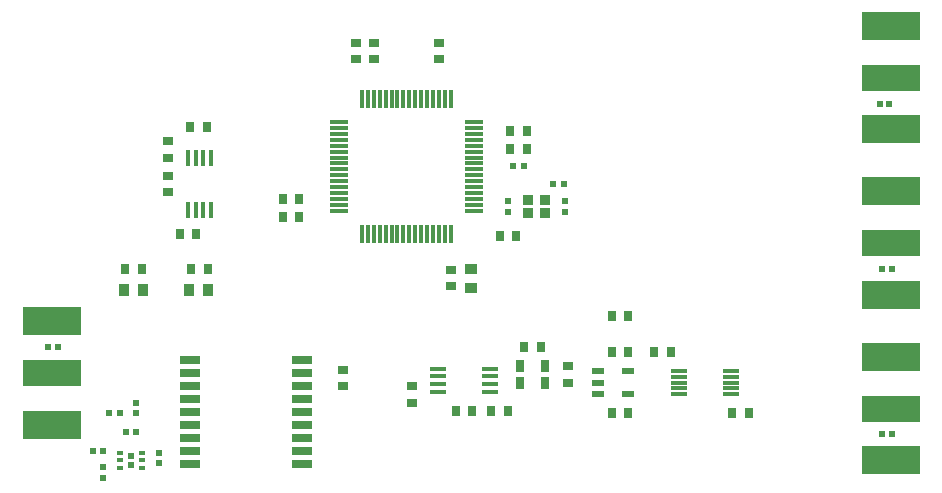
<source format=gtp>
G04 #@! TF.GenerationSoftware,KiCad,Pcbnew,5.0.0-rc2-unknown-68f6e3a~65~ubuntu16.04.1*
G04 #@! TF.CreationDate,2018-06-12T13:32:27+01:00*
G04 #@! TF.ProjectId,gpsdo,677073646F2E6B696361645F70636200,rev?*
G04 #@! TF.SameCoordinates,Original*
G04 #@! TF.FileFunction,Paste,Top*
G04 #@! TF.FilePolarity,Positive*
%FSLAX46Y46*%
G04 Gerber Fmt 4.6, Leading zero omitted, Abs format (unit mm)*
G04 Created by KiCad (PCBNEW 5.0.0-rc2-unknown-68f6e3a~65~ubuntu16.04.1) date Tue Jun 12 13:32:27 2018*
%MOMM*%
%LPD*%
G01*
G04 APERTURE LIST*
%ADD10R,1.500000X0.300000*%
%ADD11R,0.300000X1.500000*%
%ADD12R,0.900000X0.750000*%
%ADD13R,0.620000X0.620000*%
%ADD14R,0.750000X0.900000*%
%ADD15R,1.000000X0.950000*%
%ADD16R,0.520000X0.520000*%
%ADD17R,0.950000X1.000000*%
%ADD18R,1.450000X0.450000*%
%ADD19R,1.100000X0.600000*%
%ADD20R,1.450000X0.300000*%
%ADD21R,1.800000X0.700000*%
%ADD22R,0.450000X1.450000*%
%ADD23R,0.470000X0.400000*%
%ADD24R,0.500000X0.500000*%
%ADD25R,5.000000X2.400000*%
%ADD26R,5.000000X2.300000*%
%ADD27R,0.950000X0.850000*%
%ADD28R,0.800000X1.000000*%
G04 APERTURE END LIST*
D10*
G04 #@! TO.C,IC2*
X140200000Y-122250000D03*
X140200000Y-121750000D03*
X140200000Y-121250000D03*
X140200000Y-120750000D03*
X140200000Y-120250000D03*
X140200000Y-119750000D03*
X140200000Y-119250000D03*
X140200000Y-118750000D03*
X140200000Y-118250000D03*
X140200000Y-117750000D03*
X140200000Y-117250000D03*
X140200000Y-116750000D03*
X140200000Y-116250000D03*
X140200000Y-115750000D03*
X140200000Y-115250000D03*
X140200000Y-114750000D03*
D11*
X138250000Y-112800000D03*
X137750000Y-112800000D03*
X137250000Y-112800000D03*
X136750000Y-112800000D03*
X136250000Y-112800000D03*
X135750000Y-112800000D03*
X135250000Y-112800000D03*
X134750000Y-112800000D03*
X134250000Y-112800000D03*
X133750000Y-112800000D03*
X133250000Y-112800000D03*
X132750000Y-112800000D03*
X132250000Y-112800000D03*
X131750000Y-112800000D03*
X131250000Y-112800000D03*
X130750000Y-112800000D03*
D10*
X128800000Y-114750000D03*
X128800000Y-115250000D03*
X128800000Y-115750000D03*
X128800000Y-116250000D03*
X128800000Y-116750000D03*
X128800000Y-117250000D03*
X128800000Y-117750000D03*
X128800000Y-118250000D03*
X128800000Y-118750000D03*
X128800000Y-119250000D03*
X128800000Y-119750000D03*
X128800000Y-120250000D03*
X128800000Y-120750000D03*
X128800000Y-121250000D03*
X128800000Y-121750000D03*
X128800000Y-122250000D03*
D11*
X130750000Y-124200000D03*
X131250000Y-124200000D03*
X131750000Y-124200000D03*
X132250000Y-124200000D03*
X132750000Y-124200000D03*
X133250000Y-124200000D03*
X133750000Y-124200000D03*
X134250000Y-124200000D03*
X134750000Y-124200000D03*
X135250000Y-124200000D03*
X135750000Y-124200000D03*
X136250000Y-124200000D03*
X136750000Y-124200000D03*
X137250000Y-124200000D03*
X137750000Y-124200000D03*
X138250000Y-124200000D03*
G04 #@! TD*
D12*
G04 #@! TO.C,C1*
X135000000Y-137100000D03*
X135000000Y-138500000D03*
G04 #@! TD*
D13*
G04 #@! TO.C,C2*
X144450000Y-118500000D03*
X143550000Y-118500000D03*
G04 #@! TD*
G04 #@! TO.C,C3*
X143100000Y-122350000D03*
X143100000Y-121450000D03*
G04 #@! TD*
D12*
G04 #@! TO.C,C4*
X138250000Y-127250000D03*
X138250000Y-128650000D03*
G04 #@! TD*
D13*
G04 #@! TO.C,C5*
X147900000Y-121450000D03*
X147900000Y-122350000D03*
G04 #@! TD*
D14*
G04 #@! TO.C,C6*
X143800000Y-124400000D03*
X142400000Y-124400000D03*
G04 #@! TD*
D12*
G04 #@! TO.C,C7*
X131750000Y-109450000D03*
X131750000Y-108050000D03*
G04 #@! TD*
D14*
G04 #@! TO.C,C8*
X125450000Y-121250000D03*
X124050000Y-121250000D03*
G04 #@! TD*
G04 #@! TO.C,C9*
X143300000Y-117000000D03*
X144700000Y-117000000D03*
G04 #@! TD*
G04 #@! TO.C,C10*
X138700000Y-139200000D03*
X140100000Y-139200000D03*
G04 #@! TD*
D12*
G04 #@! TO.C,C11*
X137250000Y-109450000D03*
X137250000Y-108050000D03*
G04 #@! TD*
D14*
G04 #@! TO.C,C12*
X141700000Y-139200000D03*
X143100000Y-139200000D03*
G04 #@! TD*
D12*
G04 #@! TO.C,C13*
X130250000Y-108050000D03*
X130250000Y-109450000D03*
G04 #@! TD*
D14*
G04 #@! TO.C,C14*
X144500000Y-133800000D03*
X145900000Y-133800000D03*
G04 #@! TD*
G04 #@! TO.C,C15*
X124050000Y-122750000D03*
X125450000Y-122750000D03*
G04 #@! TD*
D15*
G04 #@! TO.C,C16*
X140000000Y-128800000D03*
X140000000Y-127200000D03*
G04 #@! TD*
D14*
G04 #@! TO.C,C17*
X144700000Y-115500000D03*
X143300000Y-115500000D03*
G04 #@! TD*
G04 #@! TO.C,C18*
X153300000Y-134200000D03*
X151900000Y-134200000D03*
G04 #@! TD*
D12*
G04 #@! TO.C,C19*
X148200000Y-136800000D03*
X148200000Y-135400000D03*
G04 #@! TD*
D14*
G04 #@! TO.C,C20*
X162100000Y-139400000D03*
X163500000Y-139400000D03*
G04 #@! TD*
D12*
G04 #@! TO.C,C21*
X129100000Y-135700000D03*
X129100000Y-137100000D03*
G04 #@! TD*
D13*
G04 #@! TO.C,C22*
X113600000Y-143650000D03*
X113600000Y-142750000D03*
G04 #@! TD*
D12*
G04 #@! TO.C,C23*
X114300000Y-117750000D03*
X114300000Y-116350000D03*
G04 #@! TD*
G04 #@! TO.C,C24*
X114300000Y-119300000D03*
X114300000Y-120700000D03*
G04 #@! TD*
D14*
G04 #@! TO.C,C25*
X116700000Y-124200000D03*
X115300000Y-124200000D03*
G04 #@! TD*
D13*
G04 #@! TO.C,C26*
X108850000Y-142600000D03*
X107950000Y-142600000D03*
G04 #@! TD*
G04 #@! TO.C,C27*
X109350000Y-139400000D03*
X110250000Y-139400000D03*
G04 #@! TD*
D16*
G04 #@! TO.C,D1*
X174800000Y-141200000D03*
X175600000Y-141200000D03*
G04 #@! TD*
G04 #@! TO.C,D2*
X175600000Y-127200000D03*
X174800000Y-127200000D03*
G04 #@! TD*
G04 #@! TO.C,D3*
X175400000Y-113200000D03*
X174600000Y-113200000D03*
G04 #@! TD*
G04 #@! TO.C,D4*
X104200000Y-133800000D03*
X105000000Y-133800000D03*
G04 #@! TD*
D17*
G04 #@! TO.C,D5*
X110600000Y-129000000D03*
X112200000Y-129000000D03*
G04 #@! TD*
G04 #@! TO.C,D6*
X117742500Y-128992143D03*
X116142500Y-128992143D03*
G04 #@! TD*
D18*
G04 #@! TO.C,IC1*
X137200000Y-137575000D03*
X137200000Y-136925000D03*
X137200000Y-136275000D03*
X137200000Y-135625000D03*
X141600000Y-135625000D03*
X141600000Y-136275000D03*
X141600000Y-136925000D03*
X141600000Y-137575000D03*
G04 #@! TD*
D19*
G04 #@! TO.C,IC3*
X150700000Y-135850000D03*
X150700000Y-136800000D03*
X150700000Y-137750000D03*
X153300000Y-137750000D03*
X153300000Y-135850000D03*
G04 #@! TD*
D20*
G04 #@! TO.C,IC4*
X162000000Y-137800000D03*
X162000000Y-137300000D03*
X162000000Y-136800000D03*
X162000000Y-136300000D03*
X162000000Y-135800000D03*
X157600000Y-135800000D03*
X157600000Y-136300000D03*
X157600000Y-136800000D03*
X157600000Y-137300000D03*
X157600000Y-137800000D03*
G04 #@! TD*
D21*
G04 #@! TO.C,IC5*
X125650000Y-143700000D03*
X125650000Y-142600000D03*
X125650000Y-141500000D03*
X125650000Y-140400000D03*
X125650000Y-139300000D03*
X125650000Y-138200000D03*
X125650000Y-137100000D03*
X125650000Y-136000000D03*
X125650000Y-134900000D03*
X116150000Y-134900000D03*
X116150000Y-136000000D03*
X116150000Y-137100000D03*
X116150000Y-138200000D03*
X116150000Y-139300000D03*
X116150000Y-140400000D03*
X116150000Y-141500000D03*
X116150000Y-142600000D03*
X116150000Y-143700000D03*
G04 #@! TD*
D22*
G04 #@! TO.C,IC6*
X116025000Y-122200000D03*
X116675000Y-122200000D03*
X117325000Y-122200000D03*
X117975000Y-122200000D03*
X117975000Y-117800000D03*
X117325000Y-117800000D03*
X116675000Y-117800000D03*
X116025000Y-117800000D03*
G04 #@! TD*
D23*
G04 #@! TO.C,IC7*
X110285000Y-142750000D03*
X110285000Y-143400000D03*
X110285000Y-144050000D03*
X112115000Y-144050000D03*
X112115000Y-143400000D03*
X112115000Y-142750000D03*
D24*
X111200000Y-143050000D03*
X111200000Y-143750000D03*
G04 #@! TD*
D25*
G04 #@! TO.C,P2*
X175500000Y-143375000D03*
X175500000Y-134625000D03*
D26*
X175500000Y-139000000D03*
G04 #@! TD*
G04 #@! TO.C,P3*
X175500000Y-125000000D03*
D25*
X175500000Y-120625000D03*
X175500000Y-129375000D03*
G04 #@! TD*
G04 #@! TO.C,P4*
X175500000Y-115375000D03*
X175500000Y-106625000D03*
D26*
X175500000Y-111000000D03*
G04 #@! TD*
G04 #@! TO.C,P5*
X104500000Y-136000000D03*
D25*
X104500000Y-140375000D03*
X104500000Y-131625000D03*
G04 #@! TD*
D13*
G04 #@! TO.C,R1*
X147850000Y-120000000D03*
X146950000Y-120000000D03*
G04 #@! TD*
D14*
G04 #@! TO.C,R2*
X151900000Y-131200000D03*
X153300000Y-131200000D03*
G04 #@! TD*
G04 #@! TO.C,R3*
X153300000Y-139400000D03*
X151900000Y-139400000D03*
G04 #@! TD*
G04 #@! TO.C,R4*
X155500000Y-134200000D03*
X156900000Y-134200000D03*
G04 #@! TD*
D13*
G04 #@! TO.C,R5*
X108800000Y-143950000D03*
X108800000Y-144850000D03*
G04 #@! TD*
D14*
G04 #@! TO.C,R7*
X112100000Y-127200000D03*
X110700000Y-127200000D03*
G04 #@! TD*
G04 #@! TO.C,R8*
X116300000Y-127200000D03*
X117700000Y-127200000D03*
G04 #@! TD*
G04 #@! TO.C,R9*
X117600000Y-115200000D03*
X116200000Y-115200000D03*
G04 #@! TD*
D27*
G04 #@! TO.C,Y1*
X144775000Y-122475000D03*
X146225000Y-122475000D03*
X146225000Y-121325000D03*
X144775000Y-121325000D03*
G04 #@! TD*
D28*
G04 #@! TO.C,Y2*
X144150000Y-136800000D03*
X146250000Y-136800000D03*
X146250000Y-135400000D03*
X144150000Y-135400000D03*
G04 #@! TD*
D13*
G04 #@! TO.C,R6*
X111650000Y-141000000D03*
X110750000Y-141000000D03*
G04 #@! TD*
G04 #@! TO.C,L1*
X111650000Y-139400000D03*
X111650000Y-138500000D03*
G04 #@! TD*
M02*

</source>
